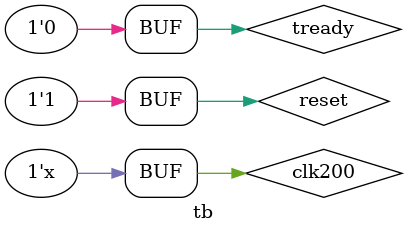
<source format=v>
`timescale 1ns / 1ps


module tb(

    );
    reg [1:0] iq;
    wire [31:0] tdata;
    wire tlast;
    reg  tready;
    wire [3:0] tstrb;
    wire tvalid;
    wire locked;
    reg clk200;
    reg reset;
    wire clk32;
    
    design_1_wrapper u1
       (.IQ_RXD(iq),
        .M00_AXIS_tdata(tdata),
        .M00_AXIS_tlast(tlast),
        .M00_AXIS_tready(tready),
        .M00_AXIS_tstrb(tstrb),
        .M00_AXIS_tvalid(tvalid),
        .locked(locked),
        .clk_out1(clk32),
        .m00_axis_aclk(clk200),
        .m00_axis_aresetn(reset));
        
        always
        begin
        # 2.5 clk200 = ~clk200;
        end
        
        
        always @ (negedge clk32)
        begin
            if(locked)begin
                iq <= iq + 1;
                end
         end
		
		initial begin
		iq     = 0;
		tready = 0;
		clk200 = 0;
		reset  = 1;
		
		
		#50 reset = 0;
		#10 reset = 1;
		#10000;
		end
endmodule

</source>
